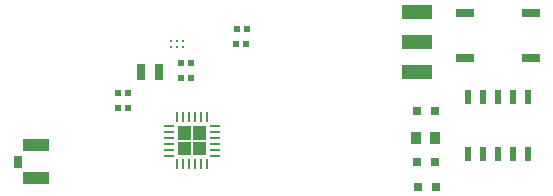
<source format=gbr>
G04 EAGLE Gerber RS-274X export*
G75*
%MOMM*%
%FSLAX34Y34*%
%LPD*%
%INSolderpaste Top*%
%IPPOS*%
%AMOC8*
5,1,8,0,0,1.08239X$1,22.5*%
G01*
%ADD10R,0.620000X0.620000*%
%ADD11R,0.800000X0.800000*%
%ADD12C,0.254000*%
%ADD13R,0.203200X0.812800*%
%ADD14R,0.812800X0.203200*%
%ADD15R,0.508000X1.270000*%
%ADD16R,2.200000X1.050000*%
%ADD17R,0.800000X1.000000*%
%ADD18R,1.524000X0.762000*%
%ADD19R,0.950000X1.000000*%
%ADD20R,2.540000X1.270000*%
%ADD21R,0.750000X1.400000*%

G36*
X164102Y74535D02*
X164102Y74535D01*
X164104Y74534D01*
X164147Y74554D01*
X164191Y74572D01*
X164191Y74574D01*
X164193Y74575D01*
X164226Y74660D01*
X164226Y85614D01*
X164225Y85616D01*
X164226Y85618D01*
X164206Y85661D01*
X164188Y85705D01*
X164186Y85705D01*
X164185Y85707D01*
X164100Y85740D01*
X153146Y85740D01*
X153144Y85739D01*
X153142Y85740D01*
X153099Y85720D01*
X153055Y85702D01*
X153055Y85700D01*
X153053Y85699D01*
X153020Y85614D01*
X153020Y74660D01*
X153021Y74658D01*
X153020Y74656D01*
X153040Y74613D01*
X153058Y74569D01*
X153060Y74569D01*
X153061Y74567D01*
X153146Y74534D01*
X164100Y74534D01*
X164102Y74535D01*
G37*
G36*
X177056Y74535D02*
X177056Y74535D01*
X177058Y74534D01*
X177101Y74554D01*
X177145Y74572D01*
X177145Y74574D01*
X177147Y74575D01*
X177180Y74660D01*
X177180Y85614D01*
X177179Y85616D01*
X177180Y85618D01*
X177160Y85661D01*
X177142Y85705D01*
X177140Y85705D01*
X177139Y85707D01*
X177054Y85740D01*
X166100Y85740D01*
X166098Y85739D01*
X166096Y85740D01*
X166053Y85720D01*
X166009Y85702D01*
X166009Y85700D01*
X166007Y85699D01*
X165974Y85614D01*
X165974Y74660D01*
X165975Y74658D01*
X165974Y74656D01*
X165994Y74613D01*
X166012Y74569D01*
X166014Y74569D01*
X166015Y74567D01*
X166100Y74534D01*
X177054Y74534D01*
X177056Y74535D01*
G37*
G36*
X164102Y61581D02*
X164102Y61581D01*
X164104Y61580D01*
X164147Y61600D01*
X164191Y61618D01*
X164191Y61620D01*
X164193Y61621D01*
X164226Y61706D01*
X164226Y72660D01*
X164225Y72662D01*
X164226Y72664D01*
X164206Y72707D01*
X164188Y72751D01*
X164186Y72751D01*
X164185Y72753D01*
X164100Y72786D01*
X153146Y72786D01*
X153144Y72785D01*
X153142Y72786D01*
X153099Y72766D01*
X153055Y72748D01*
X153055Y72746D01*
X153053Y72745D01*
X153020Y72660D01*
X153020Y61706D01*
X153021Y61704D01*
X153020Y61702D01*
X153040Y61659D01*
X153058Y61615D01*
X153060Y61615D01*
X153061Y61613D01*
X153146Y61580D01*
X164100Y61580D01*
X164102Y61581D01*
G37*
G36*
X177056Y61581D02*
X177056Y61581D01*
X177058Y61580D01*
X177101Y61600D01*
X177145Y61618D01*
X177145Y61620D01*
X177147Y61621D01*
X177180Y61706D01*
X177180Y72660D01*
X177179Y72662D01*
X177180Y72664D01*
X177160Y72707D01*
X177142Y72751D01*
X177140Y72751D01*
X177139Y72753D01*
X177054Y72786D01*
X166100Y72786D01*
X166098Y72785D01*
X166096Y72786D01*
X166053Y72766D01*
X166009Y72748D01*
X166009Y72746D01*
X166007Y72745D01*
X165974Y72660D01*
X165974Y61706D01*
X165975Y61704D01*
X165974Y61702D01*
X165994Y61659D01*
X166012Y61615D01*
X166014Y61615D01*
X166015Y61613D01*
X166100Y61580D01*
X177054Y61580D01*
X177056Y61581D01*
G37*
D10*
X202294Y155222D03*
X211294Y155222D03*
X203018Y168148D03*
X212018Y168148D03*
D11*
X371680Y34780D03*
X356680Y34780D03*
D12*
X147240Y158320D03*
X147240Y153320D03*
X152240Y158320D03*
X152240Y153320D03*
X157240Y158320D03*
X157240Y153320D03*
D13*
X177800Y93345D03*
X172720Y93345D03*
X167640Y93345D03*
X162560Y93345D03*
X157480Y93345D03*
X152400Y93345D03*
D14*
X145415Y86360D03*
X145415Y81280D03*
X145415Y76200D03*
X145415Y71120D03*
X145415Y66040D03*
X145415Y60960D03*
D13*
X152400Y53975D03*
X157480Y53975D03*
X162560Y53975D03*
X167640Y53975D03*
X172720Y53975D03*
X177800Y53975D03*
D14*
X184785Y60960D03*
X184785Y66040D03*
X184785Y71120D03*
X184785Y76200D03*
X184785Y81280D03*
X184785Y86360D03*
D15*
X398780Y62230D03*
X398780Y110490D03*
X411480Y62230D03*
X411480Y110490D03*
X424180Y62230D03*
X424180Y110490D03*
X436880Y62230D03*
X436880Y110490D03*
X449580Y62230D03*
X449580Y110490D03*
D16*
X33020Y42130D03*
X33020Y69630D03*
D17*
X17770Y55880D03*
D18*
X396240Y181610D03*
X452120Y181610D03*
X396240Y143510D03*
X452120Y143510D03*
D11*
X370720Y55880D03*
X355720Y55880D03*
X370720Y99060D03*
X355720Y99060D03*
D19*
X355220Y76200D03*
X371220Y76200D03*
D20*
X355600Y182880D03*
X355600Y157480D03*
X355600Y132080D03*
D10*
X164520Y139700D03*
X155520Y139700D03*
X164520Y127000D03*
X155520Y127000D03*
D21*
X136840Y132080D03*
X122240Y132080D03*
D10*
X111180Y114300D03*
X102180Y114300D03*
X111180Y101600D03*
X102180Y101600D03*
M02*

</source>
